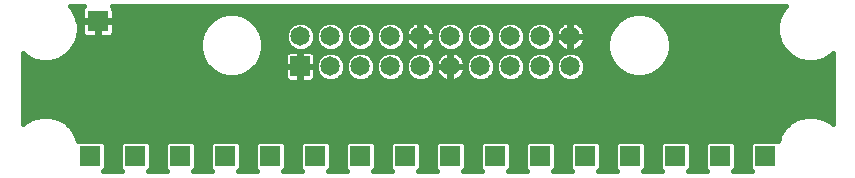
<source format=gtl>
G04 Output by ViewMate Deluxe V11.0.9  PentaLogix LLC*
G04 Sun Jun 01 12:21:21 2014*
%FSLAX33Y33*%
%MOMM*%
%IPPOS*%
%ADD10R,1.651X1.651*%
%ADD11C,1.651*%
%ADD12R,1.8009X1.8009*%
%ADD13C,0.4064*%

%LPD*%
X0Y0D2*D13*G1X1524Y5890D2*X2055Y5890D1*X2060Y11125D2*X1524Y11125D1*X26297Y9515D2*X26718Y9515D1*X24948Y10721D2*X25090Y10721D1*X25090Y10320D2*X24948Y10320D1*X26302Y10320D2*X26327Y10320D1*X26352Y10721D2*X26302Y10721D1*X26302Y11125D2*X26528Y11125D1*X26485Y12332D2*X26093Y12332D1*X26251Y12736D2*X26327Y12736D1*X26327Y13137D2*X26251Y13137D1*X26109Y13541D2*X26469Y13541D1*X26805Y13942D2*X25773Y13942D1*X28313Y13942D2*X29345Y13942D1*X29009Y13541D2*X28649Y13541D1*X28791Y13137D2*X28867Y13137D1*X28867Y12736D2*X28791Y12736D1*X28633Y12332D2*X29025Y12332D1*X29383Y11930D2*X28275Y11930D1*X28090Y11527D2*X29568Y11527D1*X29068Y11125D2*X28590Y11125D1*X28766Y10721D2*X28892Y10721D1*X28867Y10320D2*X28791Y10320D1*X28687Y9916D2*X28971Y9916D1*X29258Y9515D2*X28400Y9515D1*X30940Y9515D2*X31798Y9515D1*X31511Y9916D2*X31227Y9916D1*X31331Y10320D2*X31407Y10320D1*X31432Y10721D2*X31306Y10721D1*X31130Y11125D2*X31608Y11125D1*X30798Y11458D2*X31143Y11112D1*X31331Y10658*X31331Y10170*X31143Y9716*X30798Y9370*X30343Y9182*X29855Y9182*X29400Y9370*X29055Y9716*X28867Y10170*X28867Y10658*X29055Y11112*X29400Y11458*X29855Y11646*X30343Y11646*X30798Y11458*X32108Y11527D2*X30630Y11527D1*X30815Y11930D2*X31923Y11930D1*X31565Y12332D2*X31173Y12332D1*X31331Y12736D2*X31407Y12736D1*X31407Y13137D2*X31331Y13137D1*X31189Y13541D2*X31549Y13541D1*X30798Y13998D2*X31143Y13652D1*X31331Y13198*X31331Y12710*X31143Y12256*X30798Y11910*X30343Y11722*X29855Y11722*X29400Y11910*X29055Y12256*X28867Y12710*X28867Y13198*X29055Y13652*X29400Y13998*X29855Y14186*X30343Y14186*X30798Y13998*X31885Y13942D2*X30853Y13942D1*X35999Y13942D2*X36965Y13942D1*X35108Y13942D2*X35250Y13942D1*X33393Y13942D2*X34359Y13942D1*X34039Y13541D2*X33729Y13541D1*X33871Y13137D2*X33909Y13137D1*X33917Y12736D2*X33871Y12736D1*X33355Y11930D2*X34409Y11930D1*X33683Y12256D2*X33338Y11910D1*X32883Y11722*X32395Y11722*X31940Y11910*X31595Y12256*X31407Y12710*X31407Y13198*X31595Y13652*X31940Y13998*X32395Y14186*X32883Y14186*X33338Y13998*X33683Y13652*X33871Y13198*X33871Y12710*X33683Y12256*X34056Y12332D2*X33713Y12332D1*X35108Y12736D2*X35250Y12736D1*X35108Y13025D2*X33896Y13025D1*X33896Y13056*X33929Y13254*X33990Y13447*X34082Y13627*X34201Y13790*X34343Y13932*X34506Y14051*X34686Y14143*X34879Y14204*X35077Y14237*X35108Y14237*X35108Y13025*X35108Y13137D2*X35250Y13137D1*X35250Y13541D2*X35108Y13541D1*X36629Y13541D2*X36319Y13541D1*X36449Y13137D2*X36487Y13137D1*X36462Y13025D2*X36462Y13056D1*X36429Y13254*X36368Y13447*X36276Y13627*X36157Y13790*X36015Y13932*X35852Y14051*X35672Y14143*X35479Y14204*X35281Y14237*X35250Y14237*X35250Y13025*X36462Y13025*X36487Y12736D2*X36441Y12736D1*X39185Y12332D2*X38793Y12332D1*X38951Y12736D2*X39027Y12736D1*X39027Y13137D2*X38951Y13137D1*X38809Y13541D2*X39169Y13541D1*X39505Y13942D2*X38473Y13942D1*X48910Y11125D2*X51219Y11125D1*X51450Y10721D2*X49086Y10721D1*X49111Y10320D2*X51786Y10320D1*X46180Y9515D2*X47038Y9515D1*X41387Y9916D2*X41671Y9916D1*X41567Y10320D2*X41491Y10320D1*X41466Y10721D2*X41592Y10721D1*X41768Y11125D2*X41290Y11125D1*X43873Y12332D2*X44265Y12332D1*X44107Y12736D2*X44031Y12736D1*X44031Y13137D2*X44107Y13137D1*X44249Y13541D2*X43889Y13541D1*X43553Y13942D2*X44585Y13942D1*X41013Y13942D2*X42045Y13942D1*X41709Y13541D2*X41349Y13541D1*X41491Y13137D2*X41567Y13137D1*X41567Y12736D2*X41491Y12736D1*X41333Y12332D2*X41725Y12332D1*X42083Y11930D2*X40975Y11930D1*X40790Y11527D2*X42268Y11527D1*X37648Y10320D2*X37790Y10320D1*X37790Y10721D2*X37648Y10721D1*X37648Y11125D2*X37790Y11125D1*X36210Y11125D2*X36650Y11125D1*X36472Y10721D2*X36386Y10721D1*X36411Y10320D2*X36436Y10320D1*X36533Y9916D2*X36307Y9916D1*X37790Y9916D2*X37648Y9916D1*X37648Y9515D2*X37790Y9515D1*X36020Y9515D2*X36807Y9515D1*X33480Y9515D2*X34338Y9515D1*X34051Y9916D2*X33767Y9916D1*X33871Y10320D2*X33947Y10320D1*X33972Y10721D2*X33846Y10721D1*X33670Y11125D2*X34148Y11125D1*X33338Y11458D2*X33683Y11112D1*X33871Y10658*X33871Y10170*X33683Y9716*X33338Y9370*X32883Y9182*X32395Y9182*X31940Y9370*X31595Y9716*X31407Y10170*X31407Y10658*X31595Y11112*X31940Y11458*X32395Y11646*X32883Y11646*X33338Y11458*X34648Y11527D2*X33170Y11527D1*X35108Y11930D2*X35250Y11930D1*X35250Y12332D2*X35108Y12332D1*X36645Y12332D2*X36302Y12332D1*X35949Y11930D2*X37003Y11930D1*X35672Y11765D2*X35852Y11857D1*X36015Y11976*X36157Y12118*X36276Y12281*X36368Y12461*X36429Y12654*X36462Y12852*X36462Y12883*X35250Y12883*X35108Y12883*X35108Y11671*X35077Y11671*X34879Y11704*X34686Y11765*X34506Y11857*X34343Y11976*X34201Y12118*X34082Y12281*X33990Y12461*X33929Y12654*X33896Y12852*X33896Y12883*X35108Y12883*X35108Y13025*X35250Y13025*X35250Y12883*X35250Y11671*X35281Y11671*X35479Y11704*X35672Y11765*X35878Y11458D2*X36223Y11112D1*X36411Y10658*X36411Y10170*X36223Y9716*X35878Y9370*X35423Y9182*X34935Y9182*X34480Y9370*X34135Y9716*X33947Y10170*X33947Y10658*X34135Y11112*X34480Y11458*X34935Y11646*X35423Y11646*X35878Y11458*X37079Y11527D2*X35710Y11527D1*X37648Y11697D2*X37648Y10485D1*X36436Y10485*X36436Y10516*X36469Y10714*X36530Y10907*X36622Y11087*X36741Y11250*X36883Y11392*X37046Y11511*X37226Y11603*X37419Y11664*X37617Y11697*X37648Y11697*X37790Y11527D2*X37648Y11527D1*X38418Y11910D2*X37963Y11722D1*X37475Y11722*X37020Y11910*X36675Y12256*X36487Y12710*X36487Y13198*X36675Y13652*X37020Y13998*X37475Y14186*X37963Y14186*X38418Y13998*X38763Y13652*X38951Y13198*X38951Y12710*X38763Y12256*X38418Y11910*X39543Y11930D2*X38435Y11930D1*X40015Y11722D2*X39560Y11910D1*X39215Y12256*X39027Y12710*X39027Y13198*X39215Y13652*X39560Y13998*X40015Y14186*X40503Y14186*X40958Y13998*X41303Y13652*X41491Y13198*X41491Y12710*X41303Y12256*X40958Y11910*X40503Y11722*X40015Y11722*X38359Y11527D2*X39728Y11527D1*X39228Y11125D2*X38788Y11125D1*X38966Y10721D2*X39052Y10721D1*X39002Y10485D2*X37790Y10485D1*X37790Y11697*X37821Y11697*X38019Y11664*X38212Y11603*X38392Y11511*X38555Y11392*X38697Y11250*X38816Y11087*X38908Y10907*X38969Y10714*X39002Y10516*X39002Y10485*X39027Y10320D2*X39002Y10320D1*X38905Y9916D2*X39131Y9916D1*X38697Y9578D2*X38816Y9741D1*X38908Y9921*X38969Y10114*X39002Y10312*X39002Y10343*X37790Y10343*X37648Y10343*X37648Y9131*X37617Y9131*X37419Y9164*X37226Y9225*X37046Y9317*X36883Y9436*X36741Y9578*X36622Y9741*X36530Y9921*X36469Y10114*X36436Y10312*X36436Y10343*X37648Y10343*X37648Y10485*X37790Y10485*X37790Y10343*X37790Y9131*X37821Y9131*X38019Y9164*X38212Y9225*X38392Y9317*X38555Y9436*X38697Y9578*X39418Y9515D2*X38631Y9515D1*X40958Y9370D2*X41303Y9716D1*X41491Y10170*X41491Y10658*X41303Y11112*X40958Y11458*X40503Y11646*X40015Y11646*X39560Y11458*X39215Y11112*X39027Y10658*X39027Y10170*X39215Y9716*X39560Y9370*X40015Y9182*X40503Y9182*X40958Y9370*X41958Y9515D2*X41100Y9515D1*X44498Y9515D2*X43640Y9515D1*X43927Y9916D2*X44211Y9916D1*X44107Y10320D2*X44031Y10320D1*X44006Y10721D2*X44132Y10721D1*X43843Y11112D2*X44031Y10658D1*X44031Y10170*X43843Y9716*X43498Y9370*X43043Y9182*X42555Y9182*X42100Y9370*X41755Y9716*X41567Y10170*X41567Y10658*X41755Y11112*X42100Y11458*X42555Y11646*X43043Y11646*X43498Y11458*X43843Y11112*X44308Y11125D2*X43830Y11125D1*X43330Y11527D2*X44808Y11527D1*X43498Y11910D2*X43043Y11722D1*X42555Y11722*X42100Y11910*X41755Y12256*X41567Y12710*X41567Y13198*X41755Y13652*X42100Y13998*X42555Y14186*X43043Y14186*X43498Y13998*X43843Y13652*X44031Y13198*X44031Y12710*X43843Y12256*X43498Y11910*X44623Y11930D2*X43515Y11930D1*X46617Y12736D2*X46571Y12736D1*X47808Y12736D2*X47950Y12736D1*X47950Y13541D2*X47808Y13541D1*X47808Y13137D2*X47950Y13137D1*X46609Y13137D2*X46571Y13137D1*X46429Y13541D2*X46739Y13541D1*X47059Y13942D2*X46093Y13942D1*X47808Y14237D2*X47808Y13025D1*X46596Y13025*X46596Y13056*X46629Y13254*X46690Y13447*X46782Y13627*X46901Y13790*X47043Y13932*X47206Y14051*X47386Y14143*X47579Y14204*X47777Y14237*X47808Y14237*X47950Y13942D2*X47808Y13942D1*X48699Y13942D2*X51613Y13942D1*X51351Y13541D2*X49019Y13541D1*X49149Y13137D2*X51156Y13137D1*X49162Y13025D2*X47950Y13025D1*X47950Y14237*X47981Y14237*X48179Y14204*X48372Y14143*X48552Y14051*X48715Y13932*X48857Y13790*X48976Y13627*X49068Y13447*X49129Y13254*X49162Y13056*X49162Y13025*X51046Y12736D2*X49141Y12736D1*X49002Y12332D2*X51003Y12332D1*X51003Y11930D2*X48649Y11930D1*X48410Y11527D2*X51092Y11527D1*X47950Y11671D2*X47950Y12883D1*X47808Y12883*X47808Y13025*X47950Y13025*X47950Y12883*X49162Y12883*X49162Y12852*X49129Y12654*X49068Y12461*X48976Y12281*X48857Y12118*X48715Y11976*X48552Y11857*X48372Y11765*X48179Y11704*X47981Y11671*X47950Y11671*X47950Y11930D2*X47808Y11930D1*X47808Y12332D2*X47950Y12332D1*X46413Y12332D2*X46756Y12332D1*X46038Y11910D2*X45583Y11722D1*X45095Y11722*X44640Y11910*X44295Y12256*X44107Y12710*X44107Y13198*X44295Y13652*X44640Y13998*X45095Y14186*X45583Y14186*X46038Y13998*X46383Y13652*X46571Y13198*X46571Y12710*X46383Y12256*X46038Y11910*X47109Y11930D2*X46055Y11930D1*X47386Y11765D2*X47206Y11857D1*X47043Y11976*X46901Y12118*X46782Y12281*X46690Y12461*X46629Y12654*X46596Y12852*X46596Y12883*X47808Y12883*X47808Y11671*X47777Y11671*X47579Y11704*X47386Y11765*X45870Y11527D2*X47348Y11527D1*X46848Y11125D2*X46370Y11125D1*X46546Y10721D2*X46672Y10721D1*X46647Y10320D2*X46571Y10320D1*X46467Y9916D2*X46751Y9916D1*X46383Y9716D2*X46571Y10170D1*X46571Y10658*X46383Y11112*X46038Y11458*X45583Y11646*X45095Y11646*X44640Y11458*X44295Y11112*X44107Y10658*X44107Y10170*X44295Y9716*X44640Y9370*X45095Y9182*X45583Y9182*X46038Y9370*X46383Y9716*X63083Y1864D2*X61885Y1864D1*X61885Y2268D2*X63083Y2268D1*X63083Y2670D2*X61885Y2670D1*X61885Y3073D2*X63083Y3073D1*X63083Y3475D2*X61885Y3475D1*X61869Y3879D2*X63099Y3879D1*X59289Y3879D2*X58059Y3879D1*X58075Y3475D2*X59273Y3475D1*X59273Y3073D2*X58075Y3073D1*X58075Y2670D2*X59273Y2670D1*X59273Y2268D2*X58075Y2268D1*X58075Y1864D2*X59273Y1864D1*X55463Y1864D2*X54265Y1864D1*X54265Y2268D2*X55463Y2268D1*X55463Y2670D2*X54265Y2670D1*X54265Y3073D2*X55463Y3073D1*X55463Y3475D2*X54265Y3475D1*X54249Y3879D2*X55479Y3879D1*X51669Y3879D2*X50439Y3879D1*X50455Y3475D2*X51653Y3475D1*X51653Y3073D2*X50455Y3073D1*X50455Y2670D2*X51653Y2670D1*X51653Y2268D2*X50455Y2268D1*X50455Y1864D2*X51653Y1864D1*X47843Y1864D2*X46645Y1864D1*X46645Y2268D2*X47843Y2268D1*X47843Y2670D2*X46645Y2670D1*X46645Y3073D2*X47843Y3073D1*X47843Y3475D2*X46645Y3475D1*X46629Y3879D2*X47859Y3879D1*X44049Y3879D2*X42819Y3879D1*X42835Y3475D2*X44033Y3475D1*X44033Y3073D2*X42835Y3073D1*X42835Y2670D2*X44033Y2670D1*X44033Y2268D2*X42835Y2268D1*X42835Y1864D2*X44033Y1864D1*X40223Y1864D2*X39025Y1864D1*X39025Y2268D2*X40223Y2268D1*X40223Y2670D2*X39025Y2670D1*X39025Y3073D2*X40223Y3073D1*X40223Y3475D2*X39025Y3475D1*X39009Y3879D2*X40239Y3879D1*X36429Y3879D2*X35199Y3879D1*X35215Y3475D2*X36413Y3475D1*X36413Y3073D2*X35215Y3073D1*X35215Y2670D2*X36413Y2670D1*X36413Y2268D2*X35215Y2268D1*X35215Y1864D2*X36413Y1864D1*X32603Y1864D2*X31405Y1864D1*X31405Y2268D2*X32603Y2268D1*X32603Y2670D2*X31405Y2670D1*X31405Y3073D2*X32603Y3073D1*X32603Y3475D2*X31405Y3475D1*X31389Y3879D2*X32619Y3879D1*X28809Y3879D2*X27579Y3879D1*X27595Y3475D2*X28793Y3475D1*X28793Y3073D2*X27595Y3073D1*X27595Y2670D2*X28793Y2670D1*X28793Y2268D2*X27595Y2268D1*X27595Y1864D2*X28793Y1864D1*X24983Y1864D2*X23785Y1864D1*X23785Y2268D2*X24983Y2268D1*X24983Y2670D2*X23785Y2670D1*X23785Y3073D2*X24983Y3073D1*X24983Y3475D2*X23785Y3475D1*X23769Y3879D2*X24999Y3879D1*X21189Y3879D2*X19959Y3879D1*X19975Y3475D2*X21173Y3475D1*X21173Y3073D2*X19975Y3073D1*X19975Y2670D2*X21173Y2670D1*X21173Y2268D2*X19975Y2268D1*X19975Y1864D2*X21173Y1864D1*X17363Y1864D2*X16165Y1864D1*X16165Y2268D2*X17363Y2268D1*X17363Y2670D2*X16165Y2670D1*X16165Y3073D2*X17363Y3073D1*X17363Y3475D2*X16165Y3475D1*X16149Y3879D2*X17379Y3879D1*X13569Y3879D2*X12339Y3879D1*X12355Y3475D2*X13553Y3475D1*X13553Y3073D2*X12355Y3073D1*X12355Y2670D2*X13553Y2670D1*X13553Y2268D2*X12355Y2268D1*X12355Y1864D2*X13553Y1864D1*X9743Y1864D2*X8545Y1864D1*X8545Y2268D2*X9743Y2268D1*X9743Y2670D2*X8545Y2670D1*X8545Y3073D2*X9743Y3073D1*X9743Y3475D2*X8545Y3475D1*X8529Y3879D2*X9759Y3879D1*X65509Y4280D2*X6119Y4280D1*X5961Y4684D2*X65667Y4684D1*X65900Y5085D2*X5728Y5085D1*X5357Y5489D2*X66271Y5489D1*X66825Y5890D2*X4803Y5890D1*X70104Y5890D2*X69573Y5890D1*X1524Y6294D2*X70104Y6294D1*X70104Y6695D2*X1524Y6695D1*X1524Y7099D2*X70104Y7099D1*X70104Y7501D2*X1524Y7501D1*X1524Y7904D2*X70104Y7904D1*X70104Y8306D2*X1524Y8306D1*X1524Y8710D2*X70104Y8710D1*X70104Y9111D2*X1524Y9111D1*X48720Y9515D2*X70104Y9515D1*X48923Y9716D2*X48578Y9370D1*X48123Y9182*X47635Y9182*X47180Y9370*X46835Y9716*X46647Y10170*X46647Y10658*X46835Y11112*X47180Y11458*X47635Y11646*X48123Y11646*X48578Y11458*X48923Y11112*X49111Y10658*X49111Y10170*X48923Y9716*X52296Y9916D2*X49007Y9916D1*X70104Y9916D2*X55095Y9916D1*X55606Y10320D2*X70104Y10320D1*X70104Y10721D2*X55941Y10721D1*X69568Y11125D2*X70104Y11125D1*X56172Y11125D2*X66830Y11125D1*X66274Y11527D2*X56299Y11527D1*X56388Y11930D2*X65903Y11930D1*X65669Y12332D2*X56388Y12332D1*X56345Y12736D2*X65509Y12736D1*X65402Y13137D2*X56236Y13137D1*X56040Y13541D2*X65380Y13541D1*X65380Y13942D2*X55778Y13942D1*X55377Y14346D2*X65484Y14346D1*X65613Y14747D2*X54656Y14747D1*X9230Y15151D2*X65844Y15151D1*X6518Y15151D2*X5784Y15151D1*X6015Y14747D2*X6518Y14747D1*X6518Y14346D2*X6144Y14346D1*X7777Y13541D2*X7971Y13541D1*X7971Y13137D2*X7777Y13137D1*X16662Y13137D2*X9195Y13137D1*X9230Y13541D2*X16858Y13541D1*X17120Y13942D2*X9230Y13942D1*X9230Y14346D2*X17521Y14346D1*X18242Y14747D2*X9230Y14747D1*X52735Y14747D2*X20163Y14747D1*X52042Y14371D2*X52657Y14727D1*X53340Y14910*X54051Y14910*X54734Y14727*X55349Y14371*X55850Y13871*X56205Y13256*X56388Y12573*X56388Y11862*X56205Y11179*X55850Y10564*X55349Y10063*X54734Y9708*X54051Y9525*X53340Y9525*X52657Y9708*X52042Y10063*X51542Y10564*X51186Y11179*X51003Y11862*X51003Y12573*X51186Y13256*X51542Y13871*X52042Y14371*X20884Y14346D2*X52014Y14346D1*X24265Y13942D2*X21285Y13942D1*X21547Y13541D2*X23929Y13541D1*X23787Y13137D2*X21742Y13137D1*X21852Y12736D2*X23787Y12736D1*X23945Y12332D2*X21895Y12332D1*X21806Y11527D2*X23835Y11527D1*X24303Y11930D2*X21895Y11930D1*X25090Y11527D2*X24948Y11527D1*X25718Y11910D2*X25263Y11722D1*X24775Y11722*X24320Y11910*X23975Y12256*X23787Y12710*X23787Y13198*X23975Y13652*X24320Y13998*X24775Y14186*X25263Y14186*X25718Y13998*X26063Y13652*X26251Y13198*X26251Y12710*X26063Y12256*X25718Y11910*X26843Y11930D2*X25735Y11930D1*X27315Y11722D2*X27803Y11722D1*X28258Y11910*X28603Y12256*X28791Y12710*X28791Y13198*X28603Y13652*X28258Y13998*X27803Y14186*X27315Y14186*X26860Y13998*X26515Y13652*X26327Y13198*X26327Y12710*X26515Y12256*X26860Y11910*X27315Y11722*X26203Y11527D2*X27028Y11527D1*X26210Y11519D2*X26124Y11605D1*X26020Y11666*X25905Y11697*X25090Y11697*X25090Y10485*X26302Y10485*X26302Y11300*X26271Y11415*X26210Y11519*X24948Y11125D2*X25090Y11125D1*X21679Y11125D2*X23736Y11125D1*X23736Y10721D2*X21448Y10721D1*X21112Y10320D2*X23736Y10320D1*X23736Y9916D2*X20602Y9916D1*X25090Y9916D2*X24948Y9916D1*X26431Y9916D2*X26302Y9916D1*X26515Y9716D2*X26327Y10170D1*X26327Y10658*X26515Y11112*X26860Y11458*X27315Y11646*X27803Y11646*X28258Y11458*X28603Y11112*X28791Y10658*X28791Y10170*X28603Y9716*X28258Y9370*X27803Y9182*X27315Y9182*X26860Y9370*X26515Y9716*X25905Y9131D2*X25090Y9131D1*X25090Y10343*X26302Y10343*X26302Y9528*X26271Y9413*X26210Y9309*X26124Y9223*X26020Y9162*X25905Y9131*X24948Y9515D2*X25090Y9515D1*X23736Y9528D2*X23736Y10343D1*X24948Y10343*X24948Y10485*X23736Y10485*X23736Y11300*X23767Y11415*X23828Y11519*X23914Y11605*X24018Y11666*X24133Y11697*X24948Y11697*X24948Y10485*X25090Y10485*X25090Y10343*X24948Y10343*X24948Y9131*X24133Y9131*X24018Y9162*X23914Y9223*X23828Y9309*X23767Y9413*X23736Y9528*X1524Y9515D2*X23741Y9515D1*X17803Y9916D2*X1524Y9916D1*X1524Y10320D2*X17292Y10320D1*X16957Y10721D2*X1524Y10721D1*X4798Y11125D2*X16726Y11125D1*X16599Y11527D2*X5354Y11527D1*X5725Y11930D2*X16510Y11930D1*X16510Y12332D2*X5959Y12332D1*X16510Y12573D2*X16693Y13256D1*X17048Y13871*X17549Y14371*X18164Y14727*X18847Y14910*X19558Y14910*X20241Y14727*X20856Y14371*X21356Y13871*X21712Y13256*X21895Y12573*X21895Y11862*X21712Y11179*X21356Y10564*X20856Y10063*X20241Y9708*X19558Y9525*X18847Y9525*X18164Y9708*X17549Y10063*X17048Y10564*X16693Y11179*X16510Y11862*X16510Y12573*X6119Y12736D2*X16553Y12736D1*X6553Y13137D2*X6226Y13137D1*X6248Y13541D2*X6518Y13541D1*X6518Y13942D2*X6248Y13942D1*X7971Y13942D2*X7777Y13942D1*X7971Y14127D2*X7971Y12868D1*X8834Y12868*X8951Y12898*X9055Y12959*X9139Y13043*X9200Y13147*X9230Y13264*X9230Y14127*X7971Y14127*X7971Y14321D2*X7971Y14127D1*X7777Y14127*X7777Y12868*X6914Y12868*X6797Y12898*X6693Y12959*X6609Y13043*X6548Y13147*X6518Y13264*X6518Y14127*X7777Y14127*X7777Y14321*X6518Y14321*X6518Y15184*X6548Y15301*X6609Y15405*X6693Y15489*X6701Y15494*X5512Y15494*X5685Y15321*X6055Y14676*X6248Y13960*X6248Y13218*X6055Y12502*X5685Y11857*X5161Y11333*X4516Y10963*X3800Y10770*X3058Y10770*X2342Y10963*X1697Y11333*X1524Y11506*X1524Y5512*X1697Y5685*X2342Y6055*X3058Y6248*X3800Y6248*X4516Y6055*X5161Y5685*X5685Y5161*X6055Y4516*X6167Y4097*X6170Y4100*X8308Y4100*X8545Y3863*X8545Y1725*X8344Y1524*X9944Y1524*X9743Y1725*X9743Y3863*X9980Y4100*X12118Y4100*X12355Y3863*X12355Y1725*X12154Y1524*X13754Y1524*X13553Y1725*X13553Y3863*X13790Y4100*X15928Y4100*X16165Y3863*X16165Y1725*X15964Y1524*X17564Y1524*X17363Y1725*X17363Y3863*X17600Y4100*X19738Y4100*X19975Y3863*X19975Y1725*X19774Y1524*X21374Y1524*X21173Y1725*X21173Y3863*X21410Y4100*X23548Y4100*X23785Y3863*X23785Y1725*X23584Y1524*X25184Y1524*X24983Y1725*X24983Y3863*X25220Y4100*X27358Y4100*X27595Y3863*X27595Y1725*X27394Y1524*X28994Y1524*X28793Y1725*X28793Y3863*X29030Y4100*X31168Y4100*X31405Y3863*X31405Y1725*X31204Y1524*X32804Y1524*X32603Y1725*X32603Y3863*X32840Y4100*X34978Y4100*X35215Y3863*X35215Y1725*X35014Y1524*X36614Y1524*X36413Y1725*X36413Y3863*X36650Y4100*X38788Y4100*X39025Y3863*X39025Y1725*X38824Y1524*X40424Y1524*X40223Y1725*X40223Y3863*X40460Y4100*X42598Y4100*X42835Y3863*X42835Y1725*X42634Y1524*X44234Y1524*X44033Y1725*X44033Y3863*X44270Y4100*X46408Y4100*X46645Y3863*X46645Y1725*X46444Y1524*X48044Y1524*X47843Y1725*X47843Y3863*X48080Y4100*X50218Y4100*X50455Y3863*X50455Y1725*X50254Y1524*X51854Y1524*X51653Y1725*X51653Y3863*X51890Y4100*X54028Y4100*X54265Y3863*X54265Y1725*X54064Y1524*X55664Y1524*X55463Y1725*X55463Y3863*X55700Y4100*X57838Y4100*X58075Y3863*X58075Y1725*X57874Y1524*X59474Y1524*X59273Y1725*X59273Y3863*X59510Y4100*X61648Y4100*X61885Y3863*X61885Y1725*X61684Y1524*X63284Y1524*X63083Y1725*X63083Y3863*X63320Y4100*X65458Y4100*X65461Y4097*X65573Y4516*X65943Y5161*X66467Y5685*X67112Y6055*X67828Y6248*X68570Y6248*X69286Y6055*X69931Y5685*X70104Y5512*X70104Y11506*X69931Y11333*X69286Y10963*X68570Y10770*X67828Y10770*X67112Y10963*X66467Y11333*X65943Y11857*X65573Y12502*X65380Y13218*X65380Y13960*X65573Y14676*X65943Y15321*X66116Y15494*X9047Y15494*X9055Y15489*X9139Y15405*X9200Y15301*X9230Y15184*X9230Y14321*X7971Y14321*D10*X25019Y10414D3*D11*X25019Y12954D3*X27559Y12954D3*X30099Y12954D3*X32639Y12954D3*X35179Y12954D3*X37719Y12954D3*X40259Y12954D3*X42799Y12954D3*X45339Y12954D3*X47879Y12954D3*X47879Y10414D3*X45339Y10414D3*X42799Y10414D3*X40259Y10414D3*X37719Y10414D3*X35179Y10414D3*X32639Y10414D3*X30099Y10414D3*X27559Y10414D3*D12*X7874Y14224D3*X64389Y2794D3*X60579Y2794D3*X56769Y2794D3*X52959Y2794D3*X49149Y2794D3*X45339Y2794D3*X41529Y2794D3*X37719Y2794D3*X33909Y2794D3*X30099Y2794D3*X26289Y2794D3*X22479Y2794D3*X18669Y2794D3*X14859Y2794D3*X11049Y2794D3*X7239Y2794D3*X0Y0D2*M02*
</source>
